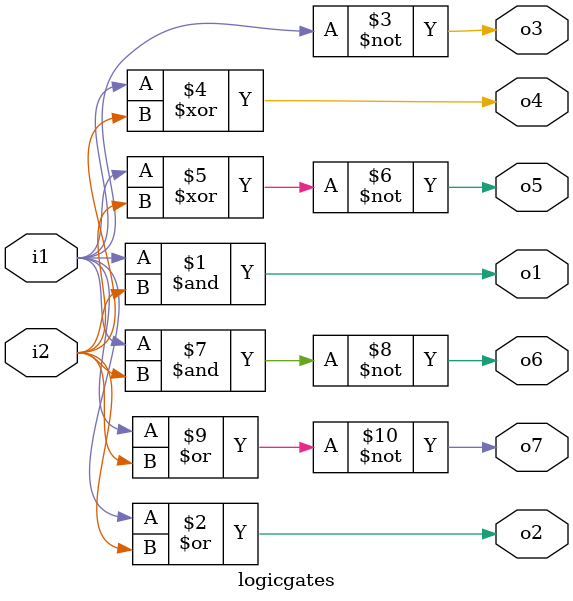
<source format=v>
module logicgates(i1,i2,o1,o2,o3,o4,o5,o6,o7);
input i1,i2;
output o1,o2,o3,o4,o5,o6,o7;
assign o1 = i1 & i2;
assign o2 = i1 | i2;
assign o3 = ~i1;
assign o4 = i1 ^ i2;
assign o5 = ~(i1 ^ i2);
assign o6 = ~(i1 & i2);
assign o7 = ~(i1 | i2);
endmodule
</source>
